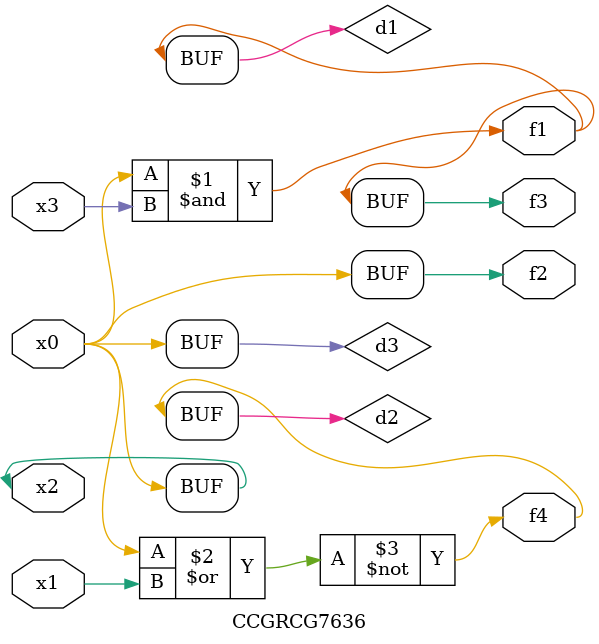
<source format=v>
module CCGRCG7636(
	input x0, x1, x2, x3,
	output f1, f2, f3, f4
);

	wire d1, d2, d3;

	and (d1, x2, x3);
	nor (d2, x0, x1);
	buf (d3, x0, x2);
	assign f1 = d1;
	assign f2 = d3;
	assign f3 = d1;
	assign f4 = d2;
endmodule

</source>
